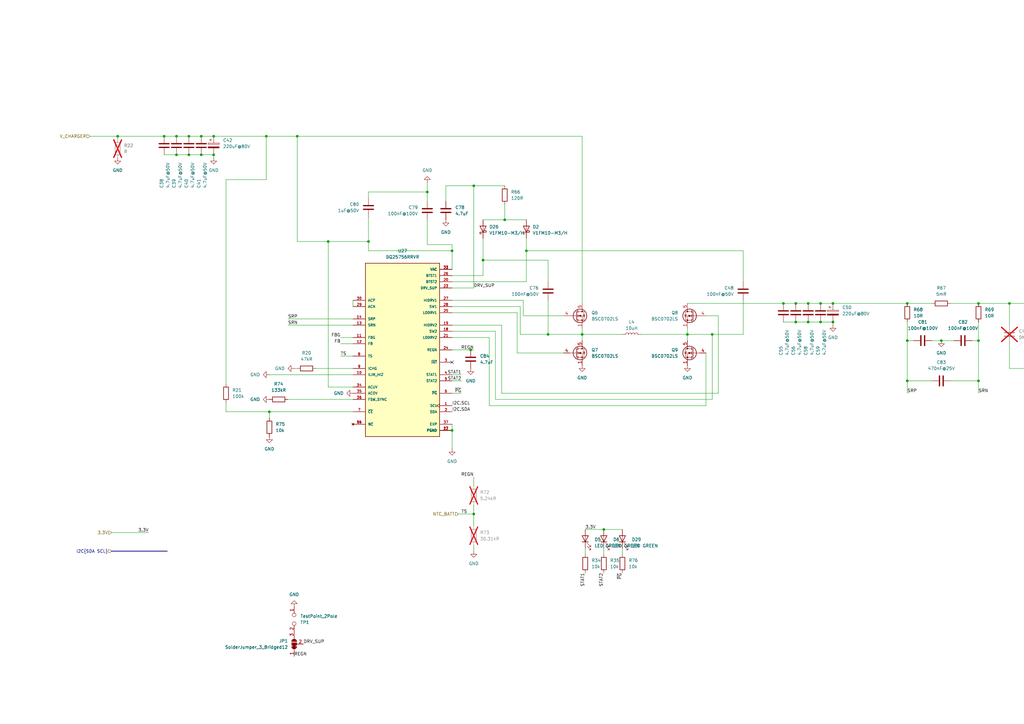
<source format=kicad_sch>
(kicad_sch (version 20231120) (generator "eeschema") (generator_version "8.0")
  (paper "A3")
  (lib_symbols
    (symbol "Connector:TestPoint_2Pole" (pin_names (offset 0.762) hide)
      (property "Reference" "TP" (at 0 1.524 0))
      (property "Value" "TestPoint_2Pole" (at 0 -1.778 0))
      (symbol "TestPoint_2Pole_0_1"
        (circle (center -1.778 0) (radius 0.762))
        (circle (center 1.778 0) (radius 0.762))
        (pin passive line (at -5.08 0 0) (length 2.54) (name "1") (number "1"))
        (pin passive line (at 5.08 0 180) (length 2.54) (name "2") (number "2"))
      )
    )
    (symbol "Device:C" (pin_numbers hide) (pin_names (offset 0.254))
      (property "Reference" "C" (at 0.635 2.54 0))
      (property "Value" "C" (at 0.635 -2.54 0))
      (symbol "C_0_1"
        (polyline (pts (xy -2.032 -0.762) (xy 2.032 -0.762)) (stroke (width 0.508)))
        (polyline (pts (xy -2.032 0.762) (xy 2.032 0.762)) (stroke (width 0.508)))
      )
      (symbol "C_1_1"
        (pin passive line (at 0 3.81 270) (length 2.794) (name "~") (number "1"))
        (pin passive line (at 0 -3.81 90) (length 2.794) (name "~") (number "2"))
      )
    )
    (symbol "Device:C_Polarized" (pin_numbers hide) (pin_names (offset 0.254))
      (property "Reference" "C" (at 0.635 2.54 0))
      (property "Value" "C_Polarized" (at 0.635 -2.54 0))
      (symbol "C_Polarized_0_1"
        (rectangle (start -2.286 0.508) (end 2.286 1.016))
        (polyline (pts (xy -1.778 2.286) (xy -0.762 2.286)))
        (polyline (pts (xy -1.27 2.794) (xy -1.27 1.778)))
        (rectangle (start 2.286 -0.508) (end -2.286 -1.016) (fill (type outline)))
      )
      (symbol "C_Polarized_1_1"
        (pin passive line (at 0 3.81 270) (length 2.794) (name "~") (number "1"))
        (pin passive line (at 0 -3.81 90) (length 2.794) (name "~") (number "2"))
      )
    )
    (symbol "Device:D_Schottky" (pin_numbers hide) (pin_names (offset 1.016) hide)
      (property "Reference" "D" (at 0 2.54 0))
      (property "Value" "D_Schottky" (at 0 -2.54 0))
      (symbol "D_Schottky_0_1"
        (polyline (pts (xy 1.27 0) (xy -1.27 0)))
        (polyline (pts (xy 1.27 1.27) (xy 1.27 -1.27) (xy -1.27 0) (xy 1.27 1.27)) (stroke (width 0.254)))
        (polyline (pts (xy -1.905 0.635) (xy -1.905 1.27) (xy -1.27 1.27) (xy -1.27 -1.27) (xy -0.635 -1.27) (xy -0.635 -0.635)) (stroke (width 0.254)))
      )
      (symbol "D_Schottky_1_1"
        (pin passive line (at -3.81 0 0) (length 2.54) (name "K") (number "1"))
        (pin passive line (at 3.81 0 180) (length 2.54) (name "A") (number "2"))
      )
    )
    (symbol "Device:L" (pin_numbers hide) (pin_names (offset 1.016) hide)
      (property "Reference" "L" (at -1.27 0 90))
      (property "Value" "L" (at 1.905 0 90))
      (symbol "L_0_1"
        (arc (start 0 -2.54) (mid 0.6323 -1.905) (end 0 -1.27))
        (arc (start 0 -1.27) (mid 0.6323 -0.635) (end 0 0))
        (arc (start 0 0) (mid 0.6323 0.635) (end 0 1.27))
        (arc (start 0 1.27) (mid 0.6323 1.905) (end 0 2.54))
      )
      (symbol "L_1_1"
        (pin passive line (at 0 3.81 270) (length 1.27) (name "1") (number "1"))
        (pin passive line (at 0 -3.81 90) (length 1.27) (name "2") (number "2"))
      )
    )
    (symbol "Device:LED" (pin_numbers hide) (pin_names (offset 1.016) hide)
      (property "Reference" "D" (at 0 2.54 0))
      (property "Value" "LED" (at 0 -2.54 0))
      (symbol "LED_0_1"
        (polyline (pts (xy -1.27 -1.27) (xy -1.27 1.27)) (stroke (width 0.254)))
        (polyline (pts (xy -1.27 0) (xy 1.27 0)))
        (polyline (pts (xy 1.27 -1.27) (xy 1.27 1.27) (xy -1.27 0) (xy 1.27 -1.27)) (stroke (width 0.254)))
        (polyline (pts (xy -3.048 -0.762) (xy -4.572 -2.286) (xy -3.81 -2.286) (xy -4.572 -2.286) (xy -4.572 -1.524)))
        (polyline (pts (xy -1.778 -0.762) (xy -3.302 -2.286) (xy -2.54 -2.286) (xy -3.302 -2.286) (xy -3.302 -1.524)))
      )
      (symbol "LED_1_1"
        (pin passive line (at -3.81 0 0) (length 2.54) (name "K") (number "1"))
        (pin passive line (at 3.81 0 180) (length 2.54) (name "A") (number "2"))
      )
    )
    (symbol "Device:R" (pin_numbers hide) (pin_names (offset 0))
      (property "Reference" "R" (at 2.032 0 90))
      (property "Value" "R" (at 0 0 90))
      (symbol "R_0_1"
        (rectangle (start -1.016 -2.54) (end 1.016 2.54) (stroke (width 0.254)))
      )
      (symbol "R_1_1"
        (pin passive line (at 0 3.81 270) (length 1.27) (name "~") (number "1"))
        (pin passive line (at 0 -3.81 90) (length 1.27) (name "~") (number "2"))
      )
    )
    (symbol "Jumper:SolderJumper_3_Bridged12" (pin_names (offset 0) hide) (exclude_from_sim yes) (in_bom no)
      (property "Reference" "JP" (at -2.54 -2.54 0))
      (property "Value" "SolderJumper_3_Bridged12" (at 0 2.794 0))
      (symbol "SolderJumper_3_Bridged12_0_1"
        (rectangle (start -1.016 0.508) (end -0.508 -0.508) (fill (type outline)))
        (arc (start -1.016 1.016) (mid -2.0276 0) (end -1.016 -1.016))
        (arc (start -1.016 1.016) (mid -2.0276 0) (end -1.016 -1.016) (fill (type outline)))
        (rectangle (start -0.508 1.016) (end 0.508 -1.016) (fill (type outline)))
        (polyline (pts (xy -2.54 0) (xy -2.032 0)))
        (polyline (pts (xy -1.016 1.016) (xy -1.016 -1.016)))
        (polyline (pts (xy 0 -1.27) (xy 0 -1.016)))
        (polyline (pts (xy 1.016 1.016) (xy 1.016 -1.016)))
        (polyline (pts (xy 2.54 0) (xy 2.032 0)))
        (arc (start 1.016 -1.016) (mid 2.0276 0) (end 1.016 1.016))
        (arc (start 1.016 -1.016) (mid 2.0276 0) (end 1.016 1.016) (fill (type outline)))
      )
      (symbol "SolderJumper_3_Bridged12_1_1"
        (pin passive line (at -5.08 0 0) (length 2.54) (name "A") (number "1"))
        (pin passive line (at 0 -3.81 90) (length 2.54) (name "C") (number "2"))
        (pin passive line (at 5.08 0 180) (length 2.54) (name "B") (number "3"))
      )
    )
    (symbol "Transistor_FET:BSC070N10NS3G" (pin_names hide)
      (property "Reference" "Q" (at 5.08 1.905 0))
      (property "Value" "BSC070N10NS3G" (at 5.08 0 0))
      (symbol "BSC070N10NS3G_0_1"
        (polyline (pts (xy 0.254 0) (xy -2.54 0)))
        (polyline (pts (xy 0.254 1.905) (xy 0.254 -1.905)) (stroke (width 0.254)))
        (polyline (pts (xy 0.762 -1.27) (xy 0.762 -2.286)) (stroke (width 0.254)))
        (polyline (pts (xy 0.762 0.508) (xy 0.762 -0.508)) (stroke (width 0.254)))
        (polyline (pts (xy 0.762 2.286) (xy 0.762 1.27)) (stroke (width 0.254)))
        (polyline (pts (xy 2.54 2.54) (xy 2.54 1.778)))
        (polyline (pts (xy 2.54 -2.54) (xy 2.54 0) (xy 0.762 0)))
        (polyline (pts (xy 0.762 -1.778) (xy 3.302 -1.778) (xy 3.302 1.778) (xy 0.762 1.778)))
        (polyline (pts (xy 1.016 0) (xy 2.032 0.381) (xy 2.032 -0.381) (xy 1.016 0)) (fill (type outline)))
        (polyline (pts (xy 2.794 0.508) (xy 2.921 0.381) (xy 3.683 0.381) (xy 3.81 0.254)))
        (polyline (pts (xy 3.302 0.381) (xy 2.921 -0.254) (xy 3.683 -0.254) (xy 3.302 0.381)))
        (circle (center 1.651 0) (radius 2.794) (stroke (width 0.254)))
        (circle (center 2.54 -1.778) (radius 0.254) (fill (type outline)))
        (circle (center 2.54 1.778) (radius 0.254) (fill (type outline)))
      )
      (symbol "BSC070N10NS3G_1_1"
        (pin passive line (at 2.54 -5.08 90) (length 2.54) (name "S") (number "1"))
        (pin passive line (at 2.54 -5.08 90) (length 2.54) hide (name "S") (number "2"))
        (pin passive line (at 2.54 -5.08 90) (length 2.54) hide (name "S") (number "3"))
        (pin passive line (at -5.08 0 0) (length 2.54) (name "G") (number "4"))
        (pin passive line (at 2.54 5.08 270) (length 2.54) (name "D") (number "5"))
      )
    )
    (symbol "local_CHARGER:BQ25756RRVR" (pin_names (offset 1.016))
      (property "Reference" "U" (at -15.24 36.322 0))
      (property "Value" "BQ25756RRVR" (at -15.24 -38.1 0))
      (symbol "BQ25756RRVR_0_0"
        (rectangle (start -15.24 -35.56) (end 15.24 35.56) (stroke (width 0.254)) (fill (type background)))
        (pin input clock (at 20.32 -22.86 180) (length 5.08) (name "SCL") (number "1"))
        (pin input line (at -20.32 -10.16 0) (length 5.08) (name "ILIM_HIZ") (number "10"))
        (pin input line (at -20.32 5.08 0) (length 5.08) (name "FBG") (number "11"))
        (pin input line (at -20.32 2.54 0) (length 5.08) (name "FB") (number "12"))
        (pin input line (at -20.32 10.16 0) (length 5.08) (name "SRN") (number "13"))
        (pin input line (at -20.32 12.7 0) (length 5.08) (name "SRP") (number "14"))
        (pin no_connect line (at -20.32 -30.48 0) (length 5.08) (name "NC") (number "15"))
        (pin no_connect line (at -20.32 -30.48 0) (length 5.08) (name "NC") (number "16"))
        (pin power_in line (at 20.32 -33.02 180) (length 5.08) (name "PGND") (number "17"))
        (pin output line (at 20.32 7.62 180) (length 5.08) (name "SW2") (number "18"))
        (pin output line (at 20.32 10.16 180) (length 5.08) (name "HIDRV2") (number "19"))
        (pin bidirectional line (at 20.32 -25.4 180) (length 5.08) (name "SDA") (number "2"))
        (pin power_in line (at 20.32 27.94 180) (length 5.08) (name "BTST2") (number "20"))
        (pin output line (at 20.32 5.08 180) (length 5.08) (name "LODRV2") (number "21"))
        (pin power_in line (at 20.32 -33.02 180) (length 5.08) (name "PGND") (number "22"))
        (pin power_in line (at 20.32 25.4 180) (length 5.08) (name "DRV_SUP") (number "23"))
        (pin output line (at 20.32 0 180) (length 5.08) (name "REGN") (number "24"))
        (pin output line (at 20.32 15.24 180) (length 5.08) (name "LODRV1") (number "25"))
        (pin power_in line (at 20.32 30.48 180) (length 5.08) (name "BTST1") (number "26"))
        (pin output line (at 20.32 20.32 180) (length 5.08) (name "HIDRV1") (number "27"))
        (pin output line (at 20.32 17.78 180) (length 5.08) (name "SW1") (number "28"))
        (pin input line (at -20.32 17.78 0) (length 5.08) (name "ACN") (number "29"))
        (pin output line (at 20.32 -5.08 180) (length 5.08) (name "~{INT}") (number "3"))
        (pin input line (at -20.32 20.32 0) (length 5.08) (name "ACP") (number "30"))
        (pin no_connect line (at -20.32 -30.48 0) (length 5.08) (name "NC") (number "31"))
        (pin power_in line (at 20.32 33.02 180) (length 5.08) (name "VAC") (number "32"))
        (pin power_in line (at 20.32 33.02 180) (length 5.08) (name "VAC") (number "33"))
        (pin input line (at -20.32 -15.24 0) (length 5.08) (name "ACUV") (number "34"))
        (pin input line (at -20.32 -17.78 0) (length 5.08) (name "ACOV") (number "35"))
        (pin input line (at -20.32 -20.32 0) (length 5.08) (name "FSW_SYNC") (number "36"))
        (pin power_in line (at 20.32 -30.48 180) (length 5.08) (name "EXP") (number "37"))
        (pin output line (at 20.32 -10.16 180) (length 5.08) (name "STAT1") (number "4"))
        (pin output line (at 20.32 -12.7 180) (length 5.08) (name "STAT2") (number "5"))
        (pin output line (at 20.32 -17.78 180) (length 5.08) (name "~{PG}") (number "6"))
        (pin bidirectional line (at -20.32 -25.4 0) (length 5.08) (name "~{CE}") (number "7"))
        (pin input line (at -20.32 -2.54 0) (length 5.08) (name "TS") (number "8"))
        (pin input line (at -20.32 -7.62 0) (length 5.08) (name "ICHG") (number "9"))
      )
    )
    (symbol "power:GND" (power) (pin_numbers hide) (pin_names (offset 0) hide)
      (property "Value" "GND" (at 0 -3.81 0))
      (symbol "GND_0_1"
        (polyline (pts (xy 0 0) (xy 0 -1.27) (xy 1.27 -1.27) (xy 0 -2.54) (xy -1.27 -1.27) (xy 0 -1.27)))
      )
      (symbol "GND_1_1"
        (pin power_in line (at 0 0 270) (length 0) (name "~") (number "1"))
      )
    )
  )
  (junction (at 336.55 132.08))
  (junction (at 445.77 124.46))
  (junction (at 326.39 124.46))
  (junction (at 82.55 63.5))
  (junction (at 450.85 124.46))
  (junction (at 372.11 124.46))
  (junction (at 207.01 90.17))
  (junction (at 326.39 132.08))
  (junction (at 215.9 102.87))
  (junction (at 193.04 143.51))
  (junction (at 194.31 210.82))
  (junction (at 121.92 55.88))
  (junction (at 48.26 55.88))
  (junction (at 386.08 139.7))
  (junction (at 440.69 124.46))
  (junction (at 109.22 55.88))
  (junction (at 72.39 55.88))
  (junction (at 450.85 132.08))
  (junction (at 151.13 99.06))
  (junction (at 110.49 168.91))
  (junction (at 331.47 124.46))
  (junction (at 336.55 124.46))
  (junction (at 87.63 63.5))
  (junction (at 185.42 102.87))
  (junction (at 77.47 63.5))
  (junction (at 247.65 217.17))
  (junction (at 175.26 78.74))
  (junction (at 185.42 176.53))
  (junction (at 455.93 124.46))
  (junction (at 422.91 124.46))
  (junction (at 401.32 139.7))
  (junction (at 87.63 55.88))
  (junction (at 198.12 106.68))
  (junction (at 331.47 132.08))
  (junction (at 77.47 55.88))
  (junction (at 461.01 132.08))
  (junction (at 224.79 137.16))
  (junction (at 445.77 132.08))
  (junction (at 466.09 124.46))
  (junction (at 292.1 137.16))
  (junction (at 401.32 156.21))
  (junction (at 238.76 137.16))
  (junction (at 422.91 151.13))
  (junction (at 401.32 124.46))
  (junction (at 281.94 137.16))
  (junction (at 341.63 132.08))
  (junction (at 414.02 124.46))
  (junction (at 194.31 76.2))
  (junction (at 82.55 55.88))
  (junction (at 134.62 99.06))
  (junction (at 372.11 156.21))
  (junction (at 321.31 124.46))
  (junction (at 422.91 138.43))
  (junction (at 341.63 124.46))
  (junction (at 67.31 55.88))
  (junction (at 372.11 139.7))
  (junction (at 72.39 63.5))
  (junction (at 455.93 132.08))
  (no_connect (at 185.42 148.59))
  (wire (pts (xy 321.31 124.46) (xy 326.39 124.46)))
  (wire (pts (xy 401.32 139.7) (xy 401.32 132.08)))
  (wire (pts (xy 48.26 55.88) (xy 48.26 57.15)))
  (wire (pts (xy 294.64 161.29) (xy 294.64 129.54)))
  (wire (pts (xy 185.42 161.29) (xy 189.23 161.29)))
  (wire (pts (xy 433.07 140.97) (xy 433.07 138.43)))
  (wire (pts (xy 48.26 55.88) (xy 67.31 55.88)))
  (wire (pts (xy 198.12 90.17) (xy 207.01 90.17)))
  (wire (pts (xy 292.1 163.83) (xy 292.1 137.16)))
  (wire (pts (xy 445.77 132.08) (xy 450.85 132.08)))
  (wire (pts (xy 389.89 156.21) (xy 401.32 156.21)))
  (wire (pts (xy 120.65 151.13) (xy 121.92 151.13)))
  (wire (pts (xy 289.56 144.78) (xy 289.56 166.37)))
  (wire (pts (xy 331.47 124.46) (xy 336.55 124.46)))
  (wire (pts (xy 200.66 138.43) (xy 185.42 138.43)))
  (wire (pts (xy 194.31 210.82) (xy 194.31 215.9)))
  (wire (pts (xy 292.1 137.16) (xy 281.94 137.16)))
  (wire (pts (xy 92.71 168.91) (xy 110.49 168.91)))
  (wire (pts (xy 414.02 124.46) (xy 414.02 133.35)))
  (wire (pts (xy 139.7 146.05) (xy 144.78 146.05)))
  (wire (pts (xy 92.71 73.66) (xy 109.22 73.66)))
  (wire (pts (xy 36.83 55.88) (xy 48.26 55.88)))
  (wire (pts (xy 461.01 132.08) (xy 466.09 132.08)))
  (wire (pts (xy 110.49 153.67) (xy 144.78 153.67)))
  (wire (pts (xy 433.07 151.13) (xy 422.91 151.13)))
  (wire (pts (xy 134.62 99.06) (xy 151.13 99.06)))
  (wire (pts (xy 185.42 123.19) (xy 214.63 123.19)))
  (bus (pts (xy 45.72 226.06) (xy 68.58 226.06)))
  (wire (pts (xy 151.13 78.74) (xy 175.26 78.74)))
  (wire (pts (xy 304.8 115.57) (xy 304.8 102.87)))
  (wire (pts (xy 238.76 137.16) (xy 238.76 139.7)))
  (wire (pts (xy 121.92 99.06) (xy 134.62 99.06)))
  (wire (pts (xy 240.03 224.79) (xy 240.03 227.33)))
  (wire (pts (xy 382.27 156.21) (xy 372.11 156.21)))
  (wire (pts (xy 224.79 106.68) (xy 198.12 106.68)))
  (wire (pts (xy 433.07 148.59) (xy 433.07 151.13)))
  (wire (pts (xy 212.09 128.27) (xy 212.09 144.78)))
  (wire (pts (xy 262.89 137.16) (xy 281.94 137.16)))
  (wire (pts (xy 194.31 195.58) (xy 194.31 199.39)))
  (wire (pts (xy 422.91 148.59) (xy 422.91 151.13)))
  (wire (pts (xy 224.79 137.16) (xy 238.76 137.16)))
  (wire (pts (xy 372.11 156.21) (xy 372.11 139.7)))
  (wire (pts (xy 185.42 125.73) (xy 213.36 125.73)))
  (wire (pts (xy 185.42 156.21) (xy 189.23 156.21)))
  (wire (pts (xy 212.09 144.78) (xy 231.14 144.78)))
  (wire (pts (xy 304.8 102.87) (xy 215.9 102.87)))
  (wire (pts (xy 118.11 133.35) (xy 144.78 133.35)))
  (wire (pts (xy 185.42 153.67) (xy 189.23 153.67)))
  (wire (pts (xy 422.91 138.43) (xy 422.91 140.97)))
  (wire (pts (xy 92.71 165.1) (xy 92.71 168.91)))
  (wire (pts (xy 187.96 210.82) (xy 194.31 210.82)))
  (wire (pts (xy 110.49 168.91) (xy 144.78 168.91)))
  (wire (pts (xy 389.89 124.46) (xy 401.32 124.46)))
  (wire (pts (xy 440.69 132.08) (xy 445.77 132.08)))
  (wire (pts (xy 151.13 102.87) (xy 185.42 102.87)))
  (wire (pts (xy 77.47 63.5) (xy 82.55 63.5)))
  (wire (pts (xy 213.36 125.73) (xy 213.36 137.16)))
  (wire (pts (xy 185.42 110.49) (xy 185.42 102.87)))
  (wire (pts (xy 194.31 226.06) (xy 194.31 223.52)))
  (wire (pts (xy 213.36 137.16) (xy 224.79 137.16)))
  (wire (pts (xy 60.96 218.44) (xy 45.72 218.44)))
  (wire (pts (xy 182.88 76.2) (xy 194.31 76.2)))
  (wire (pts (xy 247.65 224.79) (xy 247.65 227.33)))
  (wire (pts (xy 144.78 158.75) (xy 134.62 158.75)))
  (wire (pts (xy 455.93 124.46) (xy 466.09 124.46)))
  (wire (pts (xy 151.13 88.9) (xy 151.13 99.06)))
  (wire (pts (xy 185.42 135.89) (xy 203.2 135.89)))
  (wire (pts (xy 281.94 124.46) (xy 321.31 124.46)))
  (wire (pts (xy 175.26 78.74) (xy 175.26 82.55)))
  (wire (pts (xy 185.42 176.53) (xy 185.42 184.15)))
  (wire (pts (xy 207.01 83.82) (xy 207.01 90.17)))
  (wire (pts (xy 198.12 113.03) (xy 185.42 113.03)))
  (wire (pts (xy 185.42 102.87) (xy 185.42 100.33)))
  (wire (pts (xy 336.55 132.08) (xy 341.63 132.08)))
  (wire (pts (xy 182.88 82.55) (xy 182.88 76.2)))
  (wire (pts (xy 121.92 55.88) (xy 121.92 99.06)))
  (wire (pts (xy 87.63 55.88) (xy 109.22 55.88)))
  (wire (pts (xy 240.03 217.17) (xy 247.65 217.17)))
  (wire (pts (xy 109.22 73.66) (xy 109.22 55.88)))
  (wire (pts (xy 144.78 123.19) (xy 144.78 125.73)))
  (wire (pts (xy 194.31 118.11) (xy 194.31 76.2)))
  (wire (pts (xy 198.12 106.68) (xy 198.12 113.03)))
  (wire (pts (xy 72.39 55.88) (xy 77.47 55.88)))
  (wire (pts (xy 289.56 166.37) (xy 200.66 166.37)))
  (wire (pts (xy 198.12 97.79) (xy 198.12 106.68)))
  (wire (pts (xy 92.71 157.48) (xy 92.71 73.66)))
  (wire (pts (xy 331.47 132.08) (xy 336.55 132.08)))
  (wire (pts (xy 139.7 138.43) (xy 144.78 138.43)))
  (wire (pts (xy 326.39 132.08) (xy 331.47 132.08)))
  (wire (pts (xy 372.11 124.46) (xy 382.27 124.46)))
  (wire (pts (xy 77.47 55.88) (xy 82.55 55.88)))
  (wire (pts (xy 433.07 138.43) (xy 422.91 138.43)))
  (wire (pts (xy 336.55 124.46) (xy 341.63 124.46)))
  (wire (pts (xy 401.32 124.46) (xy 414.02 124.46)))
  (wire (pts (xy 414.02 124.46) (xy 422.91 124.46)))
  (wire (pts (xy 67.31 55.88) (xy 72.39 55.88)))
  (wire (pts (xy 255.27 224.79) (xy 255.27 227.33)))
  (wire (pts (xy 401.32 156.21) (xy 401.32 161.29)))
  (wire (pts (xy 450.85 132.08) (xy 455.93 132.08)))
  (wire (pts (xy 281.94 134.62) (xy 281.94 137.16)))
  (wire (pts (xy 214.63 129.54) (xy 231.14 129.54)))
  (wire (pts (xy 341.63 132.08) (xy 341.63 133.35)))
  (wire (pts (xy 175.26 100.33) (xy 175.26 90.17)))
  (wire (pts (xy 134.62 158.75) (xy 134.62 99.06)))
  (wire (pts (xy 281.94 137.16) (xy 281.94 139.7)))
  (wire (pts (xy 185.42 100.33) (xy 175.26 100.33)))
  (wire (pts (xy 398.78 139.7) (xy 401.32 139.7)))
  (wire (pts (xy 414.02 151.13) (xy 422.91 151.13)))
  (wire (pts (xy 193.04 143.51) (xy 194.31 143.51)))
  (wire (pts (xy 466.09 124.46) (xy 478.79 124.46)))
  (wire (pts (xy 224.79 123.19) (xy 224.79 137.16)))
  (wire (pts (xy 215.9 102.87) (xy 215.9 97.79)))
  (wire (pts (xy 67.31 63.5) (xy 72.39 63.5)))
  (wire (pts (xy 238.76 124.46) (xy 238.76 55.88)))
  (wire (pts (xy 414.02 140.97) (xy 414.02 151.13)))
  (wire (pts (xy 445.77 124.46) (xy 450.85 124.46)))
  (wire (pts (xy 185.42 173.99) (xy 185.42 176.53)))
  (wire (pts (xy 185.42 133.35) (xy 205.74 133.35)))
  (wire (pts (xy 224.79 115.57) (xy 224.79 106.68)))
  (wire (pts (xy 205.74 133.35) (xy 205.74 161.29)))
  (wire (pts (xy 326.39 124.46) (xy 331.47 124.46)))
  (wire (pts (xy 185.42 115.57) (xy 215.9 115.57)))
  (wire (pts (xy 247.65 217.17) (xy 255.27 217.17)))
  (wire (pts (xy 82.55 63.5) (xy 87.63 63.5)))
  (wire (pts (xy 304.8 137.16) (xy 292.1 137.16)))
  (wire (pts (xy 109.22 55.88) (xy 121.92 55.88)))
  (wire (pts (xy 151.13 99.06) (xy 151.13 102.87)))
  (wire (pts (xy 238.76 137.16) (xy 255.27 137.16)))
  (wire (pts (xy 422.91 132.08) (xy 422.91 138.43)))
  (wire (pts (xy 238.76 134.62) (xy 238.76 137.16)))
  (wire (pts (xy 214.63 123.19) (xy 214.63 129.54)))
  (wire (pts (xy 455.93 132.08) (xy 461.01 132.08)))
  (wire (pts (xy 185.42 118.11) (xy 194.31 118.11)))
  (wire (pts (xy 450.85 124.46) (xy 455.93 124.46)))
  (wire (pts (xy 82.55 55.88) (xy 87.63 55.88)))
  (wire (pts (xy 121.92 55.88) (xy 238.76 55.88)))
  (wire (pts (xy 175.26 74.93) (xy 175.26 78.74)))
  (wire (pts (xy 321.31 132.08) (xy 326.39 132.08)))
  (wire (pts (xy 118.11 163.83) (xy 144.78 163.83)))
  (wire (pts (xy 215.9 115.57) (xy 215.9 102.87)))
  (wire (pts (xy 185.42 128.27) (xy 212.09 128.27)))
  (wire (pts (xy 194.31 207.01) (xy 194.31 210.82)))
  (wire (pts (xy 203.2 135.89) (xy 203.2 163.83)))
  (wire (pts (xy 207.01 90.17) (xy 215.9 90.17)))
  (wire (pts (xy 203.2 163.83) (xy 292.1 163.83)))
  (wire (pts (xy 205.74 161.29) (xy 294.64 161.29)))
  (wire (pts (xy 110.49 168.91) (xy 110.49 171.45)))
  (wire (pts (xy 422.91 124.46) (xy 440.69 124.46)))
  (wire (pts (xy 129.54 151.13) (xy 144.78 151.13)))
  (wire (pts (xy 386.08 139.7) (xy 382.27 139.7)))
  (wire (pts (xy 118.11 130.81) (xy 144.78 130.81)))
  (wire (pts (xy 139.7 140.97) (xy 144.78 140.97)))
  (wire (pts (xy 185.42 143.51) (xy 193.04 143.51)))
  (wire (pts (xy 401.32 156.21) (xy 401.32 139.7)))
  (wire (pts (xy 422.91 151.13) (xy 422.91 156.21)))
  (wire (pts (xy 294.64 129.54) (xy 289.56 129.54)))
  (wire (pts (xy 461.01 132.08) (xy 461.01 133.35)))
  (wire (pts (xy 194.31 76.2) (xy 207.01 76.2)))
  (wire (pts (xy 72.39 63.5) (xy 77.47 63.5)))
  (wire (pts (xy 200.66 166.37) (xy 200.66 138.43)))
  (wire (pts (xy 341.63 124.46) (xy 372.11 124.46)))
  (wire (pts (xy 374.65 139.7) (xy 372.11 139.7)))
  (wire (pts (xy 304.8 123.19) (xy 304.8 137.16)))
  (wire (pts (xy 151.13 81.28) (xy 151.13 78.74)))
  (wire (pts (xy 391.16 139.7) (xy 386.08 139.7)))
  (wire (pts (xy 440.69 124.46) (xy 445.77 124.46)))
  (wire (pts (xy 372.11 156.21) (xy 372.11 161.29)))
  (wire (pts (xy 87.63 63.5) (xy 87.63 64.77)))
  (wire (pts (xy 372.11 139.7) (xy 372.11 132.08)))
  (label "TS" (at 139.7 146.05 0))
  (label "REGN" (at 120.65 269.24 0))
  (label "SRP" (at 118.11 130.81 0))
  (label "STAT1" (at 189.23 153.67 180))
  (label "3.3V" (at 60.96 218.44 180))
  (label "REGN" (at 194.31 143.51 180))
  (label "FB" (at 139.7 140.97 180))
  (label "3.3V" (at 240.03 217.17 0))
  (label "SRP" (at 372.11 161.29 0))
  (label "DRV_SUP" (at 194.31 118.11 0))
  (label "TS" (at 189.23 210.82 0))
  (label "I2C.SDA" (at 185.42 168.91 0))
  (label "SRN" (at 118.11 133.35 0))
  (label "STAT2" (at 189.23 156.21 180))
  (label "~{PG}" (at 255.27 234.95 270))
  (label "STAT2" (at 247.65 234.95 270))
  (label "~{PG}" (at 189.23 161.29 180))
  (label "FB" (at 422.91 135.89 0))
  (label "STAT1" (at 240.03 234.95 270))
  (label "I2C.SCL" (at 185.42 166.37 0))
  (label "DRV_SUP" (at 124.46 264.16 0))
  (label "FBG" (at 422.91 156.21 0))
  (label "REGN" (at 194.31 195.58 180))
  (label "FBG" (at 139.7 138.43 180))
  (label "SRN" (at 401.32 161.29 0))
  (hierarchical_label "V_BATT_CHARGE" (shape output) (at 478.79 124.46 0))
  (hierarchical_label "NTC_BATT" (shape input) (at 187.96 210.82 180))
  (hierarchical_label "3.3V" (shape input) (at 45.72 218.44 180))
  (hierarchical_label "I2C{SDA SCL}" (shape input) (at 45.72 226.06 180))
  (hierarchical_label "V_CHARGER" (shape input) (at 36.83 55.88 180))
  (symbol (lib_id "local_CHARGER:BQ25756RRVR") (at 165.1 143.51 0) (unit 1)
    (property "Reference" "U27" (at 165.1 102.87 0))
    (property "Value" "BQ25756RRVR" (at 165.1 105.41 0))
    (property "Footprint" "local_CHARGER:BQ25756RRVR" (effects (hide yes)))
    (property "Datasheet" "https://www.ti.com/lit/ds/symlink/bq25756.pdf" (effects (hide yes)))
    (property "MF" "Texas Instruments" (effects (hide yes)))
    (property "MAXIMUM_PACKAGE_HEIGHT" "1.00mm" (effects (hide yes)))
    (property "Package" "VFQFN-36 Texas Instruments" (effects (hide yes)))
    (property "Price" "None" (effects (hide yes)))
    (property "Check_prices" "https://www.snapeda.com/parts/BQ25756RRVR/Texas+Instruments/view-part/?ref=eda" (effects (hide yes)))
    (property "STANDARD" "Manufacturer Recommendations" (effects (hide yes)))
    (property "PARTREV" "August 2023" (effects (hide yes)))
    (property "SnapEDA_Link" "https://www.snapeda.com/parts/BQ25756RRVR/Texas+Instruments/view-part/?ref=snap" (effects (hide yes)))
    (property "MP" "BQ25756RRVR" (effects (hide yes)))
    (property "Purchase-URL" "https://www.snapeda.com/api/url_track_click_mouser/?unipart_id=14913022&manufacturer=Texas Instruments&part_name=BQ25756RRVR&search_term=bq25756rrvr" (effects (hide yes)))
    (property "Description_1" "\nStand-alone or I&sup2;C-controlled 70-V bidirectional buck-boost charge controller with MPPT\n" (effects (hide yes)))
    (property "Availability" "In Stock" (effects (hide yes)))
    (property "MANUFACTURER" "Texas Instruments" (effects (hide yes)))
    (property "JLC" "C19272232" (effects (hide yes)))
  )
  (symbol (lib_id "Device:C") (at 378.46 139.7 270) (mirror x) (unit 1)
    (property "Reference" "C81" (at 378.46 132.08 90))
    (property "Value" "100nF@100V" (at 378.46 134.62 90))
    (property "Footprint" "Capacitor_SMD:C_0805_2012Metric" (effects (hide yes)))
    (property "Description" "Unpolarized capacitor" (effects (hide yes)))
    (property "JLC" "C28233" (effects (hide yes)))
  )
  (symbol (lib_id "Device:C") (at 386.08 156.21 90) (unit 1)
    (property "Reference" "C83" (at 386.08 148.59 90))
    (property "Value" "470nF@25V" (at 386.08 151.13 90))
    (property "Footprint" "Capacitor_SMD:C_0603_1608Metric" (effects (hide yes)))
    (property "Description" "Unpolarized capacitor" (effects (hide yes)))
    (property "JLC" "C1623" (effects (hide yes)))
  )
  (symbol (lib_id "Device:C") (at 445.77 128.27 0) (unit 1)
    (property "Reference" "C44" (at 444.754 145.796 90) (effects (justify left)))
    (property "Value" "4.7uF@50V" (at 447.294 145.796 90) (effects (justify left)))
    (property "Footprint" "Capacitor_SMD:C_1206_3216Metric" (effects (hide yes)))
    (property "Description" "Unpolarized capacitor" (effects (hide yes)))
    (property "JLC" "C29823" (effects (hide yes)))
  )
  (symbol (lib_id "Device:C") (at 394.97 139.7 270) (mirror x) (unit 1)
    (property "Reference" "C82" (at 394.97 132.08 90))
    (property "Value" "100nF@100V" (at 394.97 134.62 90))
    (property "Footprint" "Capacitor_SMD:C_0805_2012Metric" (effects (hide yes)))
    (property "Description" "Unpolarized capacitor" (effects (hide yes)))
    (property "JLC" "C28233" (effects (hide yes)))
  )
  (symbol (lib_id "Device:LED") (at 247.65 220.98 90) (unit 1)
    (property "Reference" "D6" (at 251.46 221.2974 90) (effects (justify right)))
    (property "Value" "LED GREEN" (at 251.46 223.8374 90) (effects (justify right)))
    (property "Footprint" "LED_SMD:LED_0805_2012Metric" (effects (hide yes)))
    (property "Description" "Light emitting diode" (effects (hide yes)))
    (property "JLC" "C2297" (effects (hide yes)))
  )
  (symbol (lib_id "Device:LED") (at 255.27 220.98 90) (unit 1)
    (property "Reference" "D29" (at 259.08 221.2974 90) (effects (justify right)))
    (property "Value" "LED GREEN" (at 259.08 223.8374 90) (effects (justify right)))
    (property "Footprint" "LED_SMD:LED_0805_2012Metric" (effects (hide yes)))
    (property "Description" "Light emitting diode" (effects (hide yes)))
    (property "JLC" "C2297" (effects (hide yes)))
  )
  (symbol (lib_id "Device:C_Polarized") (at 341.63 128.27 0) (unit 1)
    (property "Reference" "C50" (at 345.44 126.1109 0) (effects (justify left)))
    (property "Value" "220uF@80V" (at 345.44 128.6509 0) (effects (justify left)))
    (property "Footprint" "Capacitor_THT:CP_Radial_D10.0mm_P5.00mm" (effects (hide yes)))
    (property "Description" "Polarized capacitor" (effects (hide yes)))
    (property "JLC" "C106516" (effects (hide yes)))
  )
  (symbol (lib_id "Device:R") (at 422.91 144.78 0) (unit 1)
    (property "Reference" "R71" (at 425.45 143.5099 0) (effects (justify left)))
    (property "Value" "140kR" (at 425.45 146.0499 0) (effects (justify left)))
    (property "Footprint" "Resistor_SMD:R_0603_1608Metric" (effects (hide yes)))
    (property "Description" "Resistor" (effects (hide yes)))
    (property "JLC" "C185372" (effects (hide yes)))
  )
  (symbol (lib_id "power:GND") (at 110.49 163.83 270) (unit 1)
    (property "Reference" "#PWR0166" (effects (hide yes)))
    (property "Value" "GND" (at 106.68 163.8299 90) (effects (justify right)))
    (property "Description" "Power symbol creates a global label with name \"GND\" , ground" (effects (hide yes)))
  )
  (symbol (lib_id "power:GND") (at 194.31 226.06 0) (unit 1)
    (property "Reference" "#PWR0165" (effects (hide yes)))
    (property "Value" "GND" (at 194.31 231.14 0))
    (property "Description" "Power symbol creates a global label with name \"GND\" , ground" (effects (hide yes)))
  )
  (symbol (lib_id "Device:R") (at 255.27 231.14 0) (unit 1)
    (property "Reference" "R76" (at 257.81 229.8699 0) (effects (justify left)))
    (property "Value" "10k" (at 257.81 232.4099 0) (effects (justify left)))
    (property "Footprint" "Resistor_SMD:R_0402_1005Metric" (effects (hide yes)))
    (property "Description" "Resistor" (effects (hide yes)))
    (property "JLC" "C25744" (effects (hide yes)))
  )
  (symbol (lib_id "power:GND") (at 110.49 179.07 0) (unit 1)
    (property "Reference" "#PWR0167" (effects (hide yes)))
    (property "Value" "GND" (at 110.49 184.15 0))
    (property "Description" "Power symbol creates a global label with name \"GND\" , ground" (effects (hide yes)))
  )
  (symbol (lib_id "Device:LED") (at 240.03 220.98 90) (unit 1)
    (property "Reference" "D5" (at 243.84 221.2974 90) (effects (justify right)))
    (property "Value" "LED GREEN" (at 243.84 223.8374 90) (effects (justify right)))
    (property "Footprint" "LED_SMD:LED_0805_2012Metric" (effects (hide yes)))
    (property "Description" "Light emitting diode" (effects (hide yes)))
    (property "JLC" "C2297" (effects (hide yes)))
  )
  (symbol (lib_id "power:GND") (at 182.88 90.17 0) (unit 1)
    (property "Reference" "#PWR0158" (effects (hide yes)))
    (property "Value" "GND" (at 182.88 95.25 0))
    (property "Description" "Power symbol creates a global label with name \"GND\" , ground" (effects (hide yes)))
  )
  (symbol (lib_id "Device:R") (at 401.32 128.27 0) (unit 1)
    (property "Reference" "R69" (at 403.86 126.9999 0) (effects (justify left)))
    (property "Value" "10R" (at 403.86 129.5399 0) (effects (justify left)))
    (property "Footprint" "Resistor_SMD:R_0402_1005Metric" (effects (hide yes)))
    (property "Description" "Resistor" (effects (hide yes)))
    (property "JLC" "C25077" (effects (hide yes)))
  )
  (symbol (lib_id "Transistor_FET:BSC070N10NS3G") (at 236.22 144.78 0) (unit 1)
    (property "Reference" "Q7" (at 242.57 143.5099 0) (effects (justify left)))
    (property "Value" "BSC0702LS" (at 242.57 146.0499 0) (effects (justify left)))
    (property "Footprint" "Package_TO_SOT_SMD:TDSON-8-1" (effects (hide yes)))
    (property "JLC" "C501503" (effects (hide yes)))
  )
  (symbol (lib_id "power:GND") (at 120.65 151.13 270) (unit 1)
    (property "Reference" "#PWR053" (effects (hide yes)))
    (property "Value" "GND" (at 116.84 151.1299 90) (effects (justify right)))
    (property "Description" "Power symbol creates a global label with name \"GND\" , ground" (effects (hide yes)))
  )
  (symbol (lib_id "Device:C") (at 304.8 119.38 0) (mirror x) (unit 1)
    (property "Reference" "C48" (at 300.99 118.1099 0) (effects (justify right)))
    (property "Value" "100nF@50V" (at 300.99 120.6499 0) (effects (justify right)))
    (property "Footprint" "Capacitor_SMD:C_0603_1608Metric" (effects (hide yes)))
    (property "Description" "Unpolarized capacitor" (effects (hide yes)))
    (property "JLC" "C14663" (effects (hide yes)))
  )
  (symbol (lib_id "power:GND") (at 48.26 64.77 0) (unit 1)
    (property "Reference" "#PWR052" (effects (hide yes)))
    (property "Value" "GND" (at 48.26 69.85 0))
    (property "Description" "Power symbol creates a global label with name \"GND\" , ground" (effects (hide yes)))
  )
  (symbol (lib_id "Device:R") (at 433.07 144.78 0) (unit 1)
    (property "Reference" "R23" (at 435.61 143.5099 0) (effects (justify left)))
    (property "Value" "140kR" (at 435.61 146.0499 0) (effects (justify left)))
    (property "Footprint" "Resistor_SMD:R_0603_1608Metric" (effects (hide yes)))
    (property "Description" "Resistor" (effects (hide yes)))
    (property "JLC" "C185372" (effects (hide yes)))
  )
  (symbol (lib_id "Device:C") (at 336.55 128.27 0) (unit 1)
    (property "Reference" "C59" (at 335.534 145.796 90) (effects (justify left)))
    (property "Value" "4.7uF@50V" (at 338.074 145.796 90) (effects (justify left)))
    (property "Footprint" "Capacitor_SMD:C_1206_3216Metric" (effects (hide yes)))
    (property "Description" "Unpolarized capacitor" (effects (hide yes)))
    (property "JLC" "C29823" (effects (hide yes)))
  )
  (symbol (lib_id "Device:C") (at 77.47 59.69 0) (unit 1)
    (property "Reference" "C40" (at 76.454 77.216 90) (effects (justify left)))
    (property "Value" "4.7uF@50V" (at 78.994 77.216 90) (effects (justify left)))
    (property "Footprint" "Capacitor_SMD:C_1206_3216Metric" (effects (hide yes)))
    (property "Description" "Unpolarized capacitor" (effects (hide yes)))
    (property "JLC" "C29823" (effects (hide yes)))
  )
  (symbol (lib_id "Transistor_FET:BSC070N10NS3G") (at 284.48 129.54 0) (mirror y) (unit 1)
    (property "Reference" "Q8" (at 278.13 128.2699 0) (effects (justify left)))
    (property "Value" "BSC0702LS" (at 278.13 130.8099 0) (effects (justify left)))
    (property "Footprint" "Package_TO_SOT_SMD:TDSON-8-1" (effects (hide yes)))
    (property "JLC" "C501503" (effects (hide yes)))
  )
  (symbol (lib_id "power:GND") (at 144.78 161.29 270) (unit 1)
    (property "Reference" "#PWR0162" (effects (hide yes)))
    (property "Value" "GND" (at 140.97 161.2899 90) (effects (justify right)))
    (property "Description" "Power symbol creates a global label with name \"GND\" , ground" (effects (hide yes)))
  )
  (symbol (lib_id "power:GND") (at 110.49 153.67 270) (unit 1)
    (property "Reference" "#PWR0161" (effects (hide yes)))
    (property "Value" "GND" (at 106.68 153.6699 90) (effects (justify right)))
    (property "Description" "Power symbol creates a global label with name \"GND\" , ground" (effects (hide yes)))
  )
  (symbol (lib_id "Device:R") (at 422.91 128.27 0) (unit 1)
    (property "Reference" "R33" (at 425.45 126.9999 0) (effects (justify left)))
    (property "Value" "249kR 0.1%" (at 425.45 129.5399 0) (effects (justify left)))
    (property "Footprint" "Resistor_SMD:R_0603_1608Metric" (effects (hide yes)))
    (property "Description" "Resistor" (effects (hide yes)))
    (property "JLC" "C705752" (effects (hide yes)))
  )
  (symbol (lib_id "Device:R") (at 194.31 219.71 0) (unit 1) (dnp yes)
    (property "Reference" "R73" (at 196.85 218.4399 0) (effects (justify left)))
    (property "Value" "30.31kR" (at 196.85 220.9799 0) (effects (justify left)))
    (property "Footprint" "Resistor_SMD:R_0603_1608Metric" (effects (hide yes)))
    (property "Description" "Resistor" (effects (hide yes)))
  )
  (symbol (lib_id "Device:C") (at 175.26 86.36 0) (mirror x) (unit 1)
    (property "Reference" "C79" (at 171.45 85.0899 0) (effects (justify right)))
    (property "Value" "100nF@100V" (at 171.45 87.6299 0) (effects (justify right)))
    (property "Footprint" "Capacitor_SMD:C_0805_2012Metric" (effects (hide yes)))
    (property "Description" "Unpolarized capacitor" (effects (hide yes)))
    (property "JLC" "C28233" (effects (hide yes)))
  )
  (symbol (lib_id "power:GND") (at 386.08 139.7 0) (unit 1)
    (property "Reference" "#PWR0160" (effects (hide yes)))
    (property "Value" "GND" (at 386.08 144.78 0))
    (property "Description" "Power symbol creates a global label with name \"GND\" , ground" (effects (hide yes)))
  )
  (symbol (lib_id "Device:C") (at 67.31 59.69 0) (unit 1)
    (property "Reference" "C38" (at 66.294 77.216 90) (effects (justify left)))
    (property "Value" "4.7uF@50V" (at 68.834 77.216 90) (effects (justify left)))
    (property "Footprint" "Capacitor_SMD:C_1206_3216Metric" (effects (hide yes)))
    (property "Description" "Unpolarized capacitor" (effects (hide yes)))
    (property "JLC" "C29823" (effects (hide yes)))
  )
  (symbol (lib_id "power:GND") (at 281.94 149.86 0) (unit 1)
    (property "Reference" "#PWR0157" (effects (hide yes)))
    (property "Value" "GND" (at 281.94 154.94 0))
    (property "Description" "Power symbol creates a global label with name \"GND\" , ground" (effects (hide yes)))
  )
  (symbol (lib_id "Device:R") (at 240.03 231.14 0) (unit 1)
    (property "Reference" "R34" (at 242.57 229.8699 0) (effects (justify left)))
    (property "Value" "10k" (at 242.57 232.4099 0) (effects (justify left)))
    (property "Footprint" "Resistor_SMD:R_0402_1005Metric" (effects (hide yes)))
    (property "Description" "Resistor" (effects (hide yes)))
    (property "JLC" "C25744" (effects (hide yes)))
  )
  (symbol (lib_id "power:GND") (at 185.42 184.15 0) (unit 1)
    (property "Reference" "#PWR0155" (effects (hide yes)))
    (property "Value" "GND" (at 185.42 189.23 0))
    (property "Description" "Power symbol creates a global label with name \"GND\" , ground" (effects (hide yes)))
  )
  (symbol (lib_id "power:GND") (at 87.63 64.77 0) (unit 1)
    (property "Reference" "#PWR024" (effects (hide yes)))
    (property "Value" "GND" (at 87.63 69.85 0))
    (property "Description" "Power symbol creates a global label with name \"GND\" , ground" (effects (hide yes)))
  )
  (symbol (lib_id "Device:D_Schottky") (at 198.12 93.98 90) (unit 1)
    (property "Reference" "D26" (at 200.66 93.0274 90) (effects (justify right)))
    (property "Value" "V1FM10-M3/H" (at 200.66 95.5674 90) (effects (justify right)))
    (property "Footprint" "Diode_SMD:D_SMF" (effects (hide yes)))
    (property "Description" "Schottky diode" (effects (hide yes)))
    (property "JLC" "C3758930" (effects (hide yes)))
  )
  (symbol (lib_id "Device:R") (at 114.3 163.83 90) (unit 1)
    (property "Reference" "R74" (at 114.3 157.48 90))
    (property "Value" "133kR" (at 114.3 160.02 90))
    (property "Footprint" "Resistor_SMD:R_0603_1608Metric" (effects (hide yes)))
    (property "Description" "Resistor" (effects (hide yes)))
    (property "JLC" "C227577" (effects (hide yes)))
  )
  (symbol (lib_id "Device:R") (at 207.01 80.01 0) (unit 1)
    (property "Reference" "R66" (at 209.55 78.7399 0) (effects (justify left)))
    (property "Value" "120R" (at 209.55 81.2799 0) (effects (justify left)))
    (property "Footprint" "Resistor_SMD:R_0805_2012Metric" (effects (hide yes)))
    (property "Description" "Resistor" (effects (hide yes)))
    (property "JLC" "C17437" (effects (hide yes)))
  )
  (symbol (lib_id "Device:L") (at 259.08 137.16 90) (unit 1)
    (property "Reference" "L4" (at 259.08 132.08 90))
    (property "Value" "10uH" (at 259.08 134.62 90))
    (property "Footprint" "Inductor_SMD:L_Sunlord_MWSA1004S" (effects (hide yes)))
    (property "Description" "Inductor" (effects (hide yes)))
    (property "JLC" "C408487" (effects (hide yes)))
  )
  (symbol (lib_id "Device:C") (at 331.47 128.27 0) (unit 1)
    (property "Reference" "C58" (at 330.454 145.796 90) (effects (justify left)))
    (property "Value" "4.7uF@50V" (at 332.994 145.796 90) (effects (justify left)))
    (property "Footprint" "Capacitor_SMD:C_1206_3216Metric" (effects (hide yes)))
    (property "Description" "Unpolarized capacitor" (effects (hide yes)))
    (property "JLC" "C29823" (effects (hide yes)))
  )
  (symbol (lib_id "power:GND") (at 461.01 133.35 0) (unit 1)
    (property "Reference" "#PWR051" (effects (hide yes)))
    (property "Value" "GND" (at 461.01 138.43 0))
    (property "Description" "Power symbol creates a global label with name \"GND\" , ground" (effects (hide yes)))
  )
  (symbol (lib_id "Device:C") (at 193.04 147.32 0) (unit 1)
    (property "Reference" "C84" (at 196.85 146.0499 0) (effects (justify left)))
    (property "Value" "4.7uF" (at 196.85 148.5899 0) (effects (justify left)))
    (property "Footprint" "Capacitor_SMD:C_0805_2012Metric" (effects (hide yes)))
    (property "Description" "Unpolarized capacitor" (effects (hide yes)))
    (property "JLC" "C1779" (effects (hide yes)))
  )
  (symbol (lib_id "Device:R") (at 247.65 231.14 0) (unit 1)
    (property "Reference" "R35" (at 250.19 229.8699 0) (effects (justify left)))
    (property "Value" "10k" (at 250.19 232.4099 0) (effects (justify left)))
    (property "Footprint" "Resistor_SMD:R_0402_1005Metric" (effects (hide yes)))
    (property "Description" "Resistor" (effects (hide yes)))
    (property "JLC" "C25744" (effects (hide yes)))
  )
  (symbol (lib_id "Device:C") (at 440.69 128.27 0) (unit 1)
    (property "Reference" "C43" (at 439.674 145.796 90) (effects (justify left)))
    (property "Value" "4.7uF@50V" (at 442.214 145.796 90) (effects (justify left)))
    (property "Footprint" "Capacitor_SMD:C_1206_3216Metric" (effects (hide yes)))
    (property "Description" "Unpolarized capacitor" (effects (hide yes)))
    (property "JLC" "C29823" (effects (hide yes)))
  )
  (symbol (lib_id "Device:R") (at 386.08 124.46 270) (unit 1)
    (property "Reference" "R67" (at 386.08 118.11 90))
    (property "Value" "5mR" (at 386.08 120.65 90))
    (property "Footprint" "Resistor_SMD:R_2512_6332Metric" (effects (hide yes)))
    (property "Description" "Resistor" (effects (hide yes)))
    (property "JLC" "C309526" (effects (hide yes)))
  )
  (symbol (lib_id "power:GND") (at 120.65 248.92 180) (unit 1)
    (property "Reference" "#PWR0163" (effects (hide yes)))
    (property "Value" "GND" (at 120.65 243.84 0))
    (property "Description" "Power symbol creates a global label with name \"GND\" , ground" (effects (hide yes)))
  )
  (symbol (lib_id "power:GND") (at 341.63 133.35 0) (unit 1)
    (property "Reference" "#PWR071" (effects (hide yes)))
    (property "Value" "GND" (at 341.63 138.43 0))
    (property "Description" "Power symbol creates a global label with name \"GND\" , ground" (effects (hide yes)))
  )
  (symbol (lib_id "Device:R") (at 194.31 203.2 0) (unit 1) (dnp yes)
    (property "Reference" "R72" (at 196.85 201.9299 0) (effects (justify left)))
    (property "Value" "5.24kR" (at 196.85 204.4699 0) (effects (justify left)))
    (property "Footprint" "Resistor_SMD:R_0603_1608Metric" (effects (hide yes)))
    (property "Description" "Resistor" (effects (hide yes)))
  )
  (symbol (lib_id "Device:C") (at 151.13 85.09 0) (mirror x) (unit 1)
    (property "Reference" "C80" (at 147.32 83.8199 0) (effects (justify right)))
    (property "Value" "1uF@50V" (at 147.32 86.3599 0) (effects (justify right)))
    (property "Footprint" "Capacitor_SMD:C_0805_2012Metric" (effects (hide yes)))
    (property "Description" "Unpolarized capacitor" (effects (hide yes)))
    (property "JLC" "C354368" (effects (hide yes)))
  )
  (symbol (lib_id "Connector:TestPoint_2Pole") (at 120.65 254 90) (mirror x) (unit 1)
    (property "Reference" "TP1" (at 123.19 255.2701 90) (effects (justify right)))
    (property "Value" "TestPoint_2Pole" (at 123.19 252.7301 90) (effects (justify right)))
    (property "Footprint" "Connector_PinHeader_2.54mm:PinHeader_1x02_P2.54mm_Vertical" (effects (hide yes)))
    (property "Description" "2-polar test point" (effects (hide yes)))
  )
  (symbol (lib_id "Device:R") (at 110.49 175.26 0) (unit 1)
    (property "Reference" "R75" (at 113.03 173.9899 0) (effects (justify left)))
    (property "Value" "10k" (at 113.03 176.5299 0) (effects (justify left)))
    (property "Footprint" "Resistor_SMD:R_0402_1005Metric" (effects (hide yes)))
    (property "Description" "Resistor" (effects (hide yes)))
    (property "JLC" "C25744" (effects (hide yes)))
  )
  (symbol (lib_id "Device:C") (at 326.39 128.27 0) (unit 1)
    (property "Reference" "C56" (at 325.374 145.796 90) (effects (justify left)))
    (property "Value" "4.7uF@50V" (at 327.914 145.796 90) (effects (justify left)))
    (property "Footprint" "Capacitor_SMD:C_1206_3216Metric" (effects (hide yes)))
    (property "Description" "Unpolarized capacitor" (effects (hide yes)))
    (property "JLC" "C29823" (effects (hide yes)))
  )
  (symbol (lib_id "Jumper:SolderJumper_3_Bridged12") (at 120.65 264.16 90) (unit 1) (exclude_from_sim yes) (in_bom no)
    (property "Reference" "JP1" (at 118.11 262.8899 90) (effects (justify left)))
    (property "Value" "SolderJumper_3_Bridged12" (at 118.11 265.4299 90) (effects (justify left)))
    (property "Footprint" "Jumper:SolderJumper-3_P1.3mm_Bridged12_Pad1.0x1.5mm" (effects (hide yes)))
    (property "Description" "3-pole Solder Jumper, pins 1+2 closed/bridged" (effects (hide yes)))
  )
  (symbol (lib_id "Device:D_Schottky") (at 215.9 93.98 90) (unit 1)
    (property "Reference" "D2" (at 218.44 93.0274 90) (effects (justify right)))
    (property "Value" "V1FM10-M3/H" (at 218.44 95.5674 90) (effects (justify right)))
    (property "Footprint" "Diode_SMD:D_SMF" (effects (hide yes)))
    (property "Description" "Schottky diode" (effects (hide yes)))
    (property "JLC" "C3758930" (effects (hide yes)))
  )
  (symbol (lib_id "Device:C") (at 414.02 137.16 0) (mirror y) (unit 1) (dnp yes)
    (property "Reference" "C49" (at 417.83 135.8899 0) (effects (justify right)))
    (property "Value" "DNP" (at 417.83 138.4299 0) (effects (justify right)))
    (property "Footprint" "Capacitor_SMD:C_0603_1608Metric" (effects (hide yes)))
    (property "Description" "Unpolarized capacitor" (effects (hide yes)))
  )
  (symbol (lib_id "Device:R") (at 372.11 128.27 0) (unit 1)
    (property "Reference" "R68" (at 374.65 126.9999 0) (effects (justify left)))
    (property "Value" "10R" (at 374.65 129.5399 0) (effects (justify left)))
    (property "Footprint" "Resistor_SMD:R_0402_1005Metric" (effects (hide yes)))
    (property "Description" "Resistor" (effects (hide yes)))
    (property "JLC" "C25077" (effects (hide yes)))
  )
  (symbol (lib_id "Device:R") (at 48.26 60.96 0) (unit 1) (dnp yes)
    (property "Reference" "R22" (at 50.8 59.6899 0) (effects (justify left)))
    (property "Value" "R" (at 50.8 62.2299 0) (effects (justify left)))
    (property "Footprint" "Resistor_SMD:R_1206_3216Metric" (effects (hide yes)))
    (property "Description" "Resistor" (effects (hide yes)))
  )
  (symbol (lib_id "power:GND") (at 175.26 74.93 180) (unit 1)
    (property "Reference" "#PWR0159" (effects (hide yes)))
    (property "Value" "GND" (at 175.26 69.85 0))
    (property "Description" "Power symbol creates a global label with name \"GND\" , ground" (effects (hide yes)))
  )
  (symbol (lib_id "Device:R") (at 125.73 151.13 90) (unit 1)
    (property "Reference" "R20" (at 125.73 144.78 90))
    (property "Value" "47kR" (at 125.73 147.32 90))
    (property "Footprint" "Resistor_SMD:R_0603_1608Metric" (effects (hide yes)))
    (property "Description" "Resistor" (effects (hide yes)))
    (property "JLC" "C25819" (effects (hide yes)))
  )
  (symbol (lib_id "Device:C") (at 72.39 59.69 0) (unit 1)
    (property "Reference" "C39" (at 71.374 77.216 90) (effects (justify left)))
    (property "Value" "4.7uF@50V" (at 73.914 77.216 90) (effects (justify left)))
    (property "Footprint" "Capacitor_SMD:C_1206_3216Metric" (effects (hide yes)))
    (property "Description" "Unpolarized capacitor" (effects (hide yes)))
    (property "JLC" "C29823" (effects (hide yes)))
  )
  (symbol (lib_id "Device:C") (at 450.85 128.27 0) (unit 1)
    (property "Reference" "C45" (at 449.834 145.796 90) (effects (justify left)))
    (property "Value" "4.7uF@50V" (at 452.374 145.796 90) (effects (justify left)))
    (property "Footprint" "Capacitor_SMD:C_1206_3216Metric" (effects (hide yes)))
    (property "Description" "Unpolarized capacitor" (effects (hide yes)))
    (property "JLC" "C29823" (effects (hide yes)))
  )
  (symbol (lib_id "Device:C") (at 182.88 86.36 0) (unit 1)
    (property "Reference" "C78" (at 186.69 85.0899 0) (effects (justify left)))
    (property "Value" "4.7uF" (at 186.69 87.6299 0) (effects (justify left)))
    (property "Footprint" "Capacitor_SMD:C_0805_2012Metric" (effects (hide yes)))
    (property "Description" "Unpolarized capacitor" (effects (hide yes)))
    (property "JLC" "C1779" (effects (hide yes)))
  )
  (symbol (lib_id "Device:C") (at 82.55 59.69 0) (unit 1)
    (property "Reference" "C41" (at 81.534 77.216 90) (effects (justify left)))
    (property "Value" "4.7uF@50V" (at 84.074 77.216 90) (effects (justify left)))
    (property "Footprint" "Capacitor_SMD:C_1206_3216Metric" (effects (hide yes)))
    (property "Description" "Unpolarized capacitor" (effects (hide yes)))
    (property "JLC" "C29823" (effects (hide yes)))
  )
  (symbol (lib_id "power:GND") (at 193.04 151.13 0) (unit 1)
    (property "Reference" "#PWR0164" (effects (hide yes)))
    (property "Value" "GND" (at 193.04 156.21 0))
    (property "Description" "Power symbol creates a global label with name \"GND\" , ground" (effects (hide yes)))
  )
  (symbol (lib_id "Device:R") (at 92.71 161.29 0) (unit 1)
    (property "Reference" "R21" (at 95.25 160.0199 0) (effects (justify left)))
    (property "Value" "100k" (at 95.25 162.5599 0) (effects (justify left)))
    (property "Footprint" "Resistor_SMD:R_0402_1005Metric" (effects (hide yes)))
    (property "Description" "Resistor" (effects (hide yes)))
    (property "JLC" "C25741" (effects (hide yes)))
  )
  (symbol (lib_id "Device:C_Polarized") (at 87.63 59.69 0) (unit 1)
    (property "Reference" "C42" (at 91.44 57.5309 0) (effects (justify left)))
    (property "Value" "220uF@80V" (at 91.44 60.0709 0) (effects (justify left)))
    (property "Footprint" "Capacitor_THT:CP_Radial_D10.0mm_P5.00mm" (effects (hide yes)))
    (property "Description" "Polarized capacitor" (effects (hide yes)))
    (property "JLC" "C106516" (effects (hide yes)))
  )
  (symbol (lib_id "power:GND") (at 238.76 149.86 0) (unit 1)
    (property "Reference" "#PWR0156" (effects (hide yes)))
    (property "Value" "GND" (at 238.76 154.94 0))
    (property "Description" "Power symbol creates a global label with name \"GND\" , ground" (effects (hide yes)))
  )
  (symbol (lib_id "Device:C") (at 224.79 119.38 0) (mirror x) (unit 1)
    (property "Reference" "C76" (at 220.98 118.1099 0) (effects (justify right)))
    (property "Value" "100nF@50V" (at 220.98 120.6499 0) (effects (justify right)))
    (property "Footprint" "Capacitor_SMD:C_0603_1608Metric" (effects (hide yes)))
    (property "Description" "Unpolarized capacitor" (effects (hide yes)))
    (property "JLC" "C14663" (effects (hide yes)))
  )
  (symbol (lib_id "Device:C") (at 321.31 128.27 0) (unit 1)
    (property "Reference" "C55" (at 320.294 145.796 90) (effects (justify left)))
    (property "Value" "4.7uF@50V" (at 322.834 145.796 90) (effects (justify left)))
    (property "Footprint" "Capacitor_SMD:C_1206_3216Metric" (effects (hide yes)))
    (property "Description" "Unpolarized capacitor" (effects (hide yes)))
    (property "JLC" "C29823" (effects (hide yes)))
  )
  (symbol (lib_id "Device:C") (at 455.93 128.27 0) (unit 1)
    (property "Reference" "C46" (at 454.914 145.796 90) (effects (justify left)))
    (property "Value" "4.7uF@50V" (at 457.454 145.796 90) (effects (justify left)))
    (property "Footprint" "Capacitor_SMD:C_1206_3216Metric" (effects (hide yes)))
    (property "Description" "Unpolarized capacitor" (effects (hide yes)))
    (property "JLC" "C29823" (effects (hide yes)))
  )
  (symbol (lib_id "Transistor_FET:BSC070N10NS3G") (at 284.48 144.78 0) (mirror y) (unit 1)
    (property "Reference" "Q9" (at 278.13 143.5099 0) (effects (justify left)))
    (property "Value" "BSC0702LS" (at 278.13 146.0499 0) (effects (justify left)))
    (property "Footprint" "Package_TO_SOT_SMD:TDSON-8-1" (effects (hide yes)))
    (property "JLC" "C501503" (effects (hide yes)))
  )
  (symbol (lib_id "Device:C_Polarized") (at 466.09 128.27 0) (unit 1)
    (property "Reference" "C47" (at 469.9 126.1109 0) (effects (justify left)))
    (property "Value" "220uF@80V" (at 469.9 128.6509 0) (effects (justify left)))
    (property "Footprint" "Capacitor_THT:CP_Radial_D10.0mm_P5.00mm" (effects (hide yes)))
    (property "Description" "Polarized capacitor" (effects (hide yes)))
    (property "JLC" "C106516" (effects (hide yes)))
  )
  (symbol (lib_id "Transistor_FET:BSC070N10NS3G") (at 236.22 129.54 0) (unit 1)
    (property "Reference" "Q6" (at 242.57 128.2699 0) (effects (justify left)))
    (property "Value" "BSC0702LS" (at 242.57 130.8099 0) (effects (justify left)))
    (property "Footprint" "Package_TO_SOT_SMD:TDSON-8-1" (effects (hide yes)))
    (property "JLC" "C501503" (effects (hide yes)))
  )
)
</source>
